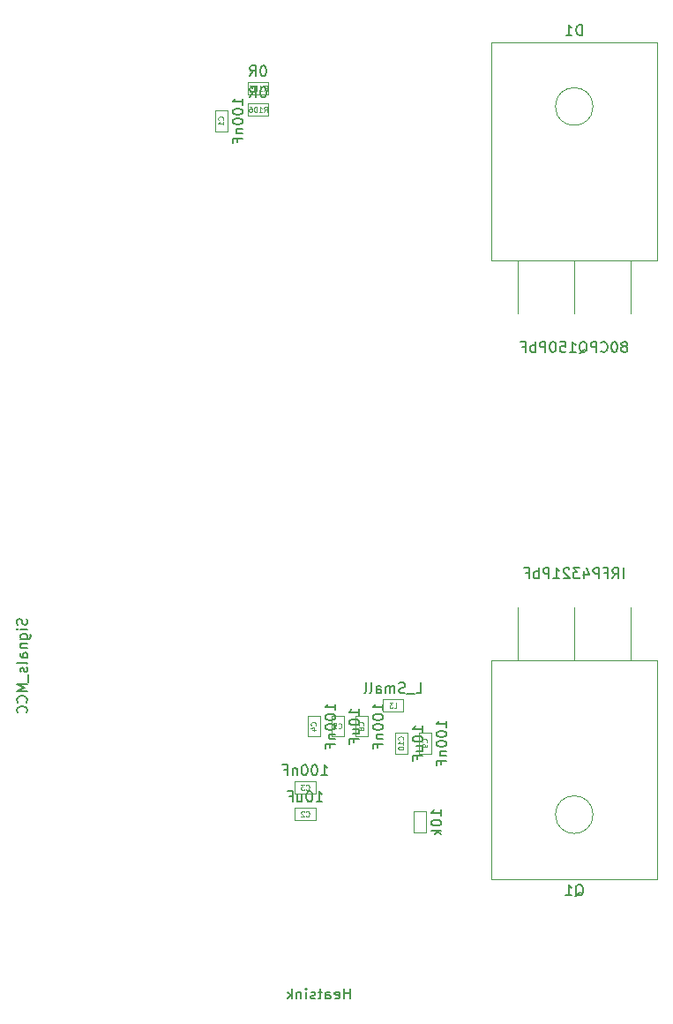
<source format=gbr>
G04 #@! TF.GenerationSoftware,KiCad,Pcbnew,(5.0.0-rc2-dev-586-g888c43477)*
G04 #@! TF.CreationDate,2018-06-03T13:58:00-03:00*
G04 #@! TF.ProjectId,Mcc18,4D636331382E6B696361645F70636200,rev?*
G04 #@! TF.SameCoordinates,Original*
G04 #@! TF.FileFunction,Other,Fab,Bot*
%FSLAX46Y46*%
G04 Gerber Fmt 4.6, Leading zero omitted, Abs format (unit mm)*
G04 Created by KiCad (PCBNEW (5.0.0-rc2-dev-586-g888c43477)) date 06/03/18 13:58:00*
%MOMM*%
%LPD*%
G01*
G04 APERTURE LIST*
%ADD10C,0.100000*%
%ADD11C,0.150000*%
%ADD12C,0.080000*%
G04 APERTURE END LIST*
D10*
X173371000Y-124508000D02*
G75*
G03X173371000Y-124508000I-1805000J0D01*
G01*
X179516000Y-109728000D02*
X179516000Y-130678000D01*
X179516000Y-130678000D02*
X163616000Y-130678000D01*
X163616000Y-130678000D02*
X163616000Y-109728000D01*
X163616000Y-109728000D02*
X179516000Y-109728000D01*
X177016000Y-109728000D02*
X177016000Y-104648000D01*
X171566000Y-109728000D02*
X171566000Y-104648000D01*
X166116000Y-109728000D02*
X166116000Y-104648000D01*
X177016000Y-71374000D02*
X177016000Y-76454000D01*
X171566000Y-71374000D02*
X171566000Y-76454000D01*
X166116000Y-71374000D02*
X166116000Y-76454000D01*
X179516000Y-71374000D02*
X163616000Y-71374000D01*
X179516000Y-50424000D02*
X179516000Y-71374000D01*
X163616000Y-50424000D02*
X179516000Y-50424000D01*
X163616000Y-71374000D02*
X163616000Y-50424000D01*
X173371000Y-56594000D02*
G75*
G03X173371000Y-56594000I-1805000J0D01*
G01*
X147158000Y-115029500D02*
X145958000Y-115029500D01*
X145958000Y-115029500D02*
X145958000Y-117029500D01*
X145958000Y-117029500D02*
X147158000Y-117029500D01*
X147158000Y-117029500D02*
X147158000Y-115029500D01*
X155178000Y-113446000D02*
X153178000Y-113446000D01*
X155178000Y-114646000D02*
X155178000Y-113446000D01*
X153178000Y-114646000D02*
X155178000Y-114646000D01*
X153178000Y-113446000D02*
X153178000Y-114646000D01*
X149444000Y-117029500D02*
X149444000Y-115029500D01*
X148244000Y-117029500D02*
X149444000Y-117029500D01*
X148244000Y-115029500D02*
X148244000Y-117029500D01*
X149444000Y-115029500D02*
X148244000Y-115029500D01*
X144747500Y-123860000D02*
X144747500Y-125060000D01*
X144747500Y-125060000D02*
X146747500Y-125060000D01*
X146747500Y-125060000D02*
X146747500Y-123860000D01*
X146747500Y-123860000D02*
X144747500Y-123860000D01*
X155540000Y-118650500D02*
X155540000Y-116650500D01*
X154340000Y-118650500D02*
X155540000Y-118650500D01*
X154340000Y-116650500D02*
X154340000Y-118650500D01*
X155540000Y-116650500D02*
X154340000Y-116650500D01*
X151730000Y-115029500D02*
X150530000Y-115029500D01*
X150530000Y-115029500D02*
X150530000Y-117029500D01*
X150530000Y-117029500D02*
X151730000Y-117029500D01*
X151730000Y-117029500D02*
X151730000Y-115029500D01*
X157826000Y-118650500D02*
X157826000Y-116650500D01*
X156626000Y-118650500D02*
X157826000Y-118650500D01*
X156626000Y-116650500D02*
X156626000Y-118650500D01*
X157826000Y-116650500D02*
X156626000Y-116650500D01*
X138268000Y-58960500D02*
X138268000Y-56960500D01*
X137068000Y-58960500D02*
X138268000Y-58960500D01*
X137068000Y-56960500D02*
X137068000Y-58960500D01*
X138268000Y-56960500D02*
X137068000Y-56960500D01*
X146747500Y-121320000D02*
X144747500Y-121320000D01*
X146747500Y-122520000D02*
X146747500Y-121320000D01*
X144747500Y-122520000D02*
X146747500Y-122520000D01*
X144747500Y-121320000D02*
X144747500Y-122520000D01*
X157318000Y-126222000D02*
X157318000Y-124222000D01*
X156118000Y-126222000D02*
X157318000Y-126222000D01*
X156118000Y-124222000D02*
X156118000Y-126222000D01*
X157318000Y-124222000D02*
X156118000Y-124222000D01*
X142224000Y-54264000D02*
X140224000Y-54264000D01*
X142224000Y-55464000D02*
X142224000Y-54264000D01*
X140224000Y-55464000D02*
X142224000Y-55464000D01*
X140224000Y-54264000D02*
X140224000Y-55464000D01*
X140224000Y-56296000D02*
X140224000Y-57496000D01*
X140224000Y-57496000D02*
X142224000Y-57496000D01*
X142224000Y-57496000D02*
X142224000Y-56296000D01*
X142224000Y-56296000D02*
X140224000Y-56296000D01*
D11*
X119014761Y-105736000D02*
X119062380Y-105878857D01*
X119062380Y-106116952D01*
X119014761Y-106212190D01*
X118967142Y-106259809D01*
X118871904Y-106307428D01*
X118776666Y-106307428D01*
X118681428Y-106259809D01*
X118633809Y-106212190D01*
X118586190Y-106116952D01*
X118538571Y-105926476D01*
X118490952Y-105831238D01*
X118443333Y-105783619D01*
X118348095Y-105736000D01*
X118252857Y-105736000D01*
X118157619Y-105783619D01*
X118110000Y-105831238D01*
X118062380Y-105926476D01*
X118062380Y-106164571D01*
X118110000Y-106307428D01*
X119062380Y-106736000D02*
X118395714Y-106736000D01*
X118062380Y-106736000D02*
X118110000Y-106688380D01*
X118157619Y-106736000D01*
X118110000Y-106783619D01*
X118062380Y-106736000D01*
X118157619Y-106736000D01*
X118395714Y-107640761D02*
X119205238Y-107640761D01*
X119300476Y-107593142D01*
X119348095Y-107545523D01*
X119395714Y-107450285D01*
X119395714Y-107307428D01*
X119348095Y-107212190D01*
X119014761Y-107640761D02*
X119062380Y-107545523D01*
X119062380Y-107355047D01*
X119014761Y-107259809D01*
X118967142Y-107212190D01*
X118871904Y-107164571D01*
X118586190Y-107164571D01*
X118490952Y-107212190D01*
X118443333Y-107259809D01*
X118395714Y-107355047D01*
X118395714Y-107545523D01*
X118443333Y-107640761D01*
X118395714Y-108116952D02*
X119062380Y-108116952D01*
X118490952Y-108116952D02*
X118443333Y-108164571D01*
X118395714Y-108259809D01*
X118395714Y-108402666D01*
X118443333Y-108497904D01*
X118538571Y-108545523D01*
X119062380Y-108545523D01*
X119062380Y-109450285D02*
X118538571Y-109450285D01*
X118443333Y-109402666D01*
X118395714Y-109307428D01*
X118395714Y-109116952D01*
X118443333Y-109021714D01*
X119014761Y-109450285D02*
X119062380Y-109355047D01*
X119062380Y-109116952D01*
X119014761Y-109021714D01*
X118919523Y-108974095D01*
X118824285Y-108974095D01*
X118729047Y-109021714D01*
X118681428Y-109116952D01*
X118681428Y-109355047D01*
X118633809Y-109450285D01*
X119062380Y-110069333D02*
X119014761Y-109974095D01*
X118919523Y-109926476D01*
X118062380Y-109926476D01*
X119014761Y-110402666D02*
X119062380Y-110497904D01*
X119062380Y-110688380D01*
X119014761Y-110783619D01*
X118919523Y-110831238D01*
X118871904Y-110831238D01*
X118776666Y-110783619D01*
X118729047Y-110688380D01*
X118729047Y-110545523D01*
X118681428Y-110450285D01*
X118586190Y-110402666D01*
X118538571Y-110402666D01*
X118443333Y-110450285D01*
X118395714Y-110545523D01*
X118395714Y-110688380D01*
X118443333Y-110783619D01*
X119157619Y-111021714D02*
X119157619Y-111783619D01*
X119062380Y-112021714D02*
X118062380Y-112021714D01*
X118776666Y-112355047D01*
X118062380Y-112688380D01*
X119062380Y-112688380D01*
X118967142Y-113736000D02*
X119014761Y-113688380D01*
X119062380Y-113545523D01*
X119062380Y-113450285D01*
X119014761Y-113307428D01*
X118919523Y-113212190D01*
X118824285Y-113164571D01*
X118633809Y-113116952D01*
X118490952Y-113116952D01*
X118300476Y-113164571D01*
X118205238Y-113212190D01*
X118110000Y-113307428D01*
X118062380Y-113450285D01*
X118062380Y-113545523D01*
X118110000Y-113688380D01*
X118157619Y-113736000D01*
X118967142Y-114736000D02*
X119014761Y-114688380D01*
X119062380Y-114545523D01*
X119062380Y-114450285D01*
X119014761Y-114307428D01*
X118919523Y-114212190D01*
X118824285Y-114164571D01*
X118633809Y-114116952D01*
X118490952Y-114116952D01*
X118300476Y-114164571D01*
X118205238Y-114212190D01*
X118110000Y-114307428D01*
X118062380Y-114450285D01*
X118062380Y-114545523D01*
X118110000Y-114688380D01*
X118157619Y-114736000D01*
X150018380Y-142176380D02*
X150018380Y-141176380D01*
X150018380Y-141652571D02*
X149446952Y-141652571D01*
X149446952Y-142176380D02*
X149446952Y-141176380D01*
X148589809Y-142128761D02*
X148685047Y-142176380D01*
X148875523Y-142176380D01*
X148970761Y-142128761D01*
X149018380Y-142033523D01*
X149018380Y-141652571D01*
X148970761Y-141557333D01*
X148875523Y-141509714D01*
X148685047Y-141509714D01*
X148589809Y-141557333D01*
X148542190Y-141652571D01*
X148542190Y-141747809D01*
X149018380Y-141843047D01*
X147685047Y-142176380D02*
X147685047Y-141652571D01*
X147732666Y-141557333D01*
X147827904Y-141509714D01*
X148018380Y-141509714D01*
X148113619Y-141557333D01*
X147685047Y-142128761D02*
X147780285Y-142176380D01*
X148018380Y-142176380D01*
X148113619Y-142128761D01*
X148161238Y-142033523D01*
X148161238Y-141938285D01*
X148113619Y-141843047D01*
X148018380Y-141795428D01*
X147780285Y-141795428D01*
X147685047Y-141747809D01*
X147351714Y-141509714D02*
X146970761Y-141509714D01*
X147208857Y-141176380D02*
X147208857Y-142033523D01*
X147161238Y-142128761D01*
X147066000Y-142176380D01*
X146970761Y-142176380D01*
X146685047Y-142128761D02*
X146589809Y-142176380D01*
X146399333Y-142176380D01*
X146304095Y-142128761D01*
X146256476Y-142033523D01*
X146256476Y-141985904D01*
X146304095Y-141890666D01*
X146399333Y-141843047D01*
X146542190Y-141843047D01*
X146637428Y-141795428D01*
X146685047Y-141700190D01*
X146685047Y-141652571D01*
X146637428Y-141557333D01*
X146542190Y-141509714D01*
X146399333Y-141509714D01*
X146304095Y-141557333D01*
X145827904Y-142176380D02*
X145827904Y-141509714D01*
X145827904Y-141176380D02*
X145875523Y-141224000D01*
X145827904Y-141271619D01*
X145780285Y-141224000D01*
X145827904Y-141176380D01*
X145827904Y-141271619D01*
X145351714Y-141509714D02*
X145351714Y-142176380D01*
X145351714Y-141604952D02*
X145304095Y-141557333D01*
X145208857Y-141509714D01*
X145066000Y-141509714D01*
X144970761Y-141557333D01*
X144923142Y-141652571D01*
X144923142Y-142176380D01*
X144446952Y-142176380D02*
X144446952Y-141176380D01*
X144351714Y-141795428D02*
X144066000Y-142176380D01*
X144066000Y-141509714D02*
X144446952Y-141890666D01*
X176280285Y-101850380D02*
X176280285Y-100850380D01*
X175232666Y-101850380D02*
X175566000Y-101374190D01*
X175804095Y-101850380D02*
X175804095Y-100850380D01*
X175423142Y-100850380D01*
X175327904Y-100898000D01*
X175280285Y-100945619D01*
X175232666Y-101040857D01*
X175232666Y-101183714D01*
X175280285Y-101278952D01*
X175327904Y-101326571D01*
X175423142Y-101374190D01*
X175804095Y-101374190D01*
X174470761Y-101326571D02*
X174804095Y-101326571D01*
X174804095Y-101850380D02*
X174804095Y-100850380D01*
X174327904Y-100850380D01*
X173946952Y-101850380D02*
X173946952Y-100850380D01*
X173566000Y-100850380D01*
X173470761Y-100898000D01*
X173423142Y-100945619D01*
X173375523Y-101040857D01*
X173375523Y-101183714D01*
X173423142Y-101278952D01*
X173470761Y-101326571D01*
X173566000Y-101374190D01*
X173946952Y-101374190D01*
X172518380Y-101183714D02*
X172518380Y-101850380D01*
X172756476Y-100802761D02*
X172994571Y-101517047D01*
X172375523Y-101517047D01*
X172089809Y-100850380D02*
X171470761Y-100850380D01*
X171804095Y-101231333D01*
X171661238Y-101231333D01*
X171566000Y-101278952D01*
X171518380Y-101326571D01*
X171470761Y-101421809D01*
X171470761Y-101659904D01*
X171518380Y-101755142D01*
X171566000Y-101802761D01*
X171661238Y-101850380D01*
X171946952Y-101850380D01*
X172042190Y-101802761D01*
X172089809Y-101755142D01*
X171089809Y-100945619D02*
X171042190Y-100898000D01*
X170946952Y-100850380D01*
X170708857Y-100850380D01*
X170613619Y-100898000D01*
X170566000Y-100945619D01*
X170518380Y-101040857D01*
X170518380Y-101136095D01*
X170566000Y-101278952D01*
X171137428Y-101850380D01*
X170518380Y-101850380D01*
X169566000Y-101850380D02*
X170137428Y-101850380D01*
X169851714Y-101850380D02*
X169851714Y-100850380D01*
X169946952Y-100993238D01*
X170042190Y-101088476D01*
X170137428Y-101136095D01*
X169137428Y-101850380D02*
X169137428Y-100850380D01*
X168756476Y-100850380D01*
X168661238Y-100898000D01*
X168613619Y-100945619D01*
X168566000Y-101040857D01*
X168566000Y-101183714D01*
X168613619Y-101278952D01*
X168661238Y-101326571D01*
X168756476Y-101374190D01*
X169137428Y-101374190D01*
X168137428Y-101850380D02*
X168137428Y-100850380D01*
X168137428Y-101231333D02*
X168042190Y-101183714D01*
X167851714Y-101183714D01*
X167756476Y-101231333D01*
X167708857Y-101278952D01*
X167661238Y-101374190D01*
X167661238Y-101659904D01*
X167708857Y-101755142D01*
X167756476Y-101802761D01*
X167851714Y-101850380D01*
X168042190Y-101850380D01*
X168137428Y-101802761D01*
X166899333Y-101326571D02*
X167232666Y-101326571D01*
X167232666Y-101850380D02*
X167232666Y-100850380D01*
X166756476Y-100850380D01*
X171661238Y-132345619D02*
X171756476Y-132298000D01*
X171851714Y-132202761D01*
X171994571Y-132059904D01*
X172089809Y-132012285D01*
X172185047Y-132012285D01*
X172137428Y-132250380D02*
X172232666Y-132202761D01*
X172327904Y-132107523D01*
X172375523Y-131917047D01*
X172375523Y-131583714D01*
X172327904Y-131393238D01*
X172232666Y-131298000D01*
X172137428Y-131250380D01*
X171946952Y-131250380D01*
X171851714Y-131298000D01*
X171756476Y-131393238D01*
X171708857Y-131583714D01*
X171708857Y-131917047D01*
X171756476Y-132107523D01*
X171851714Y-132202761D01*
X171946952Y-132250380D01*
X172137428Y-132250380D01*
X170756476Y-132250380D02*
X171327904Y-132250380D01*
X171042190Y-132250380D02*
X171042190Y-131250380D01*
X171137428Y-131393238D01*
X171232666Y-131488476D01*
X171327904Y-131536095D01*
X176470761Y-79584952D02*
X176566000Y-79537333D01*
X176613619Y-79489714D01*
X176661238Y-79394476D01*
X176661238Y-79346857D01*
X176613619Y-79251619D01*
X176566000Y-79204000D01*
X176470761Y-79156380D01*
X176280285Y-79156380D01*
X176185047Y-79204000D01*
X176137428Y-79251619D01*
X176089809Y-79346857D01*
X176089809Y-79394476D01*
X176137428Y-79489714D01*
X176185047Y-79537333D01*
X176280285Y-79584952D01*
X176470761Y-79584952D01*
X176566000Y-79632571D01*
X176613619Y-79680190D01*
X176661238Y-79775428D01*
X176661238Y-79965904D01*
X176613619Y-80061142D01*
X176566000Y-80108761D01*
X176470761Y-80156380D01*
X176280285Y-80156380D01*
X176185047Y-80108761D01*
X176137428Y-80061142D01*
X176089809Y-79965904D01*
X176089809Y-79775428D01*
X176137428Y-79680190D01*
X176185047Y-79632571D01*
X176280285Y-79584952D01*
X175470761Y-79156380D02*
X175375523Y-79156380D01*
X175280285Y-79204000D01*
X175232666Y-79251619D01*
X175185047Y-79346857D01*
X175137428Y-79537333D01*
X175137428Y-79775428D01*
X175185047Y-79965904D01*
X175232666Y-80061142D01*
X175280285Y-80108761D01*
X175375523Y-80156380D01*
X175470761Y-80156380D01*
X175566000Y-80108761D01*
X175613619Y-80061142D01*
X175661238Y-79965904D01*
X175708857Y-79775428D01*
X175708857Y-79537333D01*
X175661238Y-79346857D01*
X175613619Y-79251619D01*
X175566000Y-79204000D01*
X175470761Y-79156380D01*
X174137428Y-80061142D02*
X174185047Y-80108761D01*
X174327904Y-80156380D01*
X174423142Y-80156380D01*
X174566000Y-80108761D01*
X174661238Y-80013523D01*
X174708857Y-79918285D01*
X174756476Y-79727809D01*
X174756476Y-79584952D01*
X174708857Y-79394476D01*
X174661238Y-79299238D01*
X174566000Y-79204000D01*
X174423142Y-79156380D01*
X174327904Y-79156380D01*
X174185047Y-79204000D01*
X174137428Y-79251619D01*
X173708857Y-80156380D02*
X173708857Y-79156380D01*
X173327904Y-79156380D01*
X173232666Y-79204000D01*
X173185047Y-79251619D01*
X173137428Y-79346857D01*
X173137428Y-79489714D01*
X173185047Y-79584952D01*
X173232666Y-79632571D01*
X173327904Y-79680190D01*
X173708857Y-79680190D01*
X172042190Y-80251619D02*
X172137428Y-80204000D01*
X172232666Y-80108761D01*
X172375523Y-79965904D01*
X172470761Y-79918285D01*
X172566000Y-79918285D01*
X172518380Y-80156380D02*
X172613619Y-80108761D01*
X172708857Y-80013523D01*
X172756476Y-79823047D01*
X172756476Y-79489714D01*
X172708857Y-79299238D01*
X172613619Y-79204000D01*
X172518380Y-79156380D01*
X172327904Y-79156380D01*
X172232666Y-79204000D01*
X172137428Y-79299238D01*
X172089809Y-79489714D01*
X172089809Y-79823047D01*
X172137428Y-80013523D01*
X172232666Y-80108761D01*
X172327904Y-80156380D01*
X172518380Y-80156380D01*
X171137428Y-80156380D02*
X171708857Y-80156380D01*
X171423142Y-80156380D02*
X171423142Y-79156380D01*
X171518380Y-79299238D01*
X171613619Y-79394476D01*
X171708857Y-79442095D01*
X170232666Y-79156380D02*
X170708857Y-79156380D01*
X170756476Y-79632571D01*
X170708857Y-79584952D01*
X170613619Y-79537333D01*
X170375523Y-79537333D01*
X170280285Y-79584952D01*
X170232666Y-79632571D01*
X170185047Y-79727809D01*
X170185047Y-79965904D01*
X170232666Y-80061142D01*
X170280285Y-80108761D01*
X170375523Y-80156380D01*
X170613619Y-80156380D01*
X170708857Y-80108761D01*
X170756476Y-80061142D01*
X169566000Y-79156380D02*
X169470761Y-79156380D01*
X169375523Y-79204000D01*
X169327904Y-79251619D01*
X169280285Y-79346857D01*
X169232666Y-79537333D01*
X169232666Y-79775428D01*
X169280285Y-79965904D01*
X169327904Y-80061142D01*
X169375523Y-80108761D01*
X169470761Y-80156380D01*
X169566000Y-80156380D01*
X169661238Y-80108761D01*
X169708857Y-80061142D01*
X169756476Y-79965904D01*
X169804095Y-79775428D01*
X169804095Y-79537333D01*
X169756476Y-79346857D01*
X169708857Y-79251619D01*
X169661238Y-79204000D01*
X169566000Y-79156380D01*
X168804095Y-80156380D02*
X168804095Y-79156380D01*
X168423142Y-79156380D01*
X168327904Y-79204000D01*
X168280285Y-79251619D01*
X168232666Y-79346857D01*
X168232666Y-79489714D01*
X168280285Y-79584952D01*
X168327904Y-79632571D01*
X168423142Y-79680190D01*
X168804095Y-79680190D01*
X167804095Y-80156380D02*
X167804095Y-79156380D01*
X167804095Y-79537333D02*
X167708857Y-79489714D01*
X167518380Y-79489714D01*
X167423142Y-79537333D01*
X167375523Y-79584952D01*
X167327904Y-79680190D01*
X167327904Y-79965904D01*
X167375523Y-80061142D01*
X167423142Y-80108761D01*
X167518380Y-80156380D01*
X167708857Y-80156380D01*
X167804095Y-80108761D01*
X166566000Y-79632571D02*
X166899333Y-79632571D01*
X166899333Y-80156380D02*
X166899333Y-79156380D01*
X166423142Y-79156380D01*
X172304095Y-49756380D02*
X172304095Y-48756380D01*
X172066000Y-48756380D01*
X171923142Y-48804000D01*
X171827904Y-48899238D01*
X171780285Y-48994476D01*
X171732666Y-49184952D01*
X171732666Y-49327809D01*
X171780285Y-49518285D01*
X171827904Y-49613523D01*
X171923142Y-49708761D01*
X172066000Y-49756380D01*
X172304095Y-49756380D01*
X170780285Y-49756380D02*
X171351714Y-49756380D01*
X171066000Y-49756380D02*
X171066000Y-48756380D01*
X171161238Y-48899238D01*
X171256476Y-48994476D01*
X171351714Y-49042095D01*
X148660380Y-114481880D02*
X148660380Y-113910452D01*
X148660380Y-114196166D02*
X147660380Y-114196166D01*
X147803238Y-114100928D01*
X147898476Y-114005690D01*
X147946095Y-113910452D01*
X147660380Y-115100928D02*
X147660380Y-115196166D01*
X147708000Y-115291404D01*
X147755619Y-115339023D01*
X147850857Y-115386642D01*
X148041333Y-115434261D01*
X148279428Y-115434261D01*
X148469904Y-115386642D01*
X148565142Y-115339023D01*
X148612761Y-115291404D01*
X148660380Y-115196166D01*
X148660380Y-115100928D01*
X148612761Y-115005690D01*
X148565142Y-114958071D01*
X148469904Y-114910452D01*
X148279428Y-114862833D01*
X148041333Y-114862833D01*
X147850857Y-114910452D01*
X147755619Y-114958071D01*
X147708000Y-115005690D01*
X147660380Y-115100928D01*
X147660380Y-116053309D02*
X147660380Y-116148547D01*
X147708000Y-116243785D01*
X147755619Y-116291404D01*
X147850857Y-116339023D01*
X148041333Y-116386642D01*
X148279428Y-116386642D01*
X148469904Y-116339023D01*
X148565142Y-116291404D01*
X148612761Y-116243785D01*
X148660380Y-116148547D01*
X148660380Y-116053309D01*
X148612761Y-115958071D01*
X148565142Y-115910452D01*
X148469904Y-115862833D01*
X148279428Y-115815214D01*
X148041333Y-115815214D01*
X147850857Y-115862833D01*
X147755619Y-115910452D01*
X147708000Y-115958071D01*
X147660380Y-116053309D01*
X147993714Y-116815214D02*
X148660380Y-116815214D01*
X148088952Y-116815214D02*
X148041333Y-116862833D01*
X147993714Y-116958071D01*
X147993714Y-117100928D01*
X148041333Y-117196166D01*
X148136571Y-117243785D01*
X148660380Y-117243785D01*
X148136571Y-118053309D02*
X148136571Y-117719976D01*
X148660380Y-117719976D02*
X147660380Y-117719976D01*
X147660380Y-118196166D01*
D12*
X146736571Y-115946166D02*
X146760380Y-115922357D01*
X146784190Y-115850928D01*
X146784190Y-115803309D01*
X146760380Y-115731880D01*
X146712761Y-115684261D01*
X146665142Y-115660452D01*
X146569904Y-115636642D01*
X146498476Y-115636642D01*
X146403238Y-115660452D01*
X146355619Y-115684261D01*
X146308000Y-115731880D01*
X146284190Y-115803309D01*
X146284190Y-115850928D01*
X146308000Y-115922357D01*
X146331809Y-115946166D01*
X146450857Y-116374738D02*
X146784190Y-116374738D01*
X146260380Y-116255690D02*
X146617523Y-116136642D01*
X146617523Y-116446166D01*
D11*
X156368476Y-112848380D02*
X156844666Y-112848380D01*
X156844666Y-111848380D01*
X156273238Y-112943619D02*
X155511333Y-112943619D01*
X155320857Y-112800761D02*
X155178000Y-112848380D01*
X154939904Y-112848380D01*
X154844666Y-112800761D01*
X154797047Y-112753142D01*
X154749428Y-112657904D01*
X154749428Y-112562666D01*
X154797047Y-112467428D01*
X154844666Y-112419809D01*
X154939904Y-112372190D01*
X155130380Y-112324571D01*
X155225619Y-112276952D01*
X155273238Y-112229333D01*
X155320857Y-112134095D01*
X155320857Y-112038857D01*
X155273238Y-111943619D01*
X155225619Y-111896000D01*
X155130380Y-111848380D01*
X154892285Y-111848380D01*
X154749428Y-111896000D01*
X154320857Y-112848380D02*
X154320857Y-112181714D01*
X154320857Y-112276952D02*
X154273238Y-112229333D01*
X154178000Y-112181714D01*
X154035142Y-112181714D01*
X153939904Y-112229333D01*
X153892285Y-112324571D01*
X153892285Y-112848380D01*
X153892285Y-112324571D02*
X153844666Y-112229333D01*
X153749428Y-112181714D01*
X153606571Y-112181714D01*
X153511333Y-112229333D01*
X153463714Y-112324571D01*
X153463714Y-112848380D01*
X152558952Y-112848380D02*
X152558952Y-112324571D01*
X152606571Y-112229333D01*
X152701809Y-112181714D01*
X152892285Y-112181714D01*
X152987523Y-112229333D01*
X152558952Y-112800761D02*
X152654190Y-112848380D01*
X152892285Y-112848380D01*
X152987523Y-112800761D01*
X153035142Y-112705523D01*
X153035142Y-112610285D01*
X152987523Y-112515047D01*
X152892285Y-112467428D01*
X152654190Y-112467428D01*
X152558952Y-112419809D01*
X151939904Y-112848380D02*
X152035142Y-112800761D01*
X152082761Y-112705523D01*
X152082761Y-111848380D01*
X151416095Y-112848380D02*
X151511333Y-112800761D01*
X151558952Y-112705523D01*
X151558952Y-111848380D01*
D12*
X154261333Y-114272190D02*
X154499428Y-114272190D01*
X154499428Y-113772190D01*
X154142285Y-113772190D02*
X153832761Y-113772190D01*
X153999428Y-113962666D01*
X153928000Y-113962666D01*
X153880380Y-113986476D01*
X153856571Y-114010285D01*
X153832761Y-114057904D01*
X153832761Y-114176952D01*
X153856571Y-114224571D01*
X153880380Y-114248380D01*
X153928000Y-114272190D01*
X154070857Y-114272190D01*
X154118476Y-114248380D01*
X154142285Y-114224571D01*
D11*
X150946380Y-114958071D02*
X150946380Y-114386642D01*
X150946380Y-114672357D02*
X149946380Y-114672357D01*
X150089238Y-114577119D01*
X150184476Y-114481880D01*
X150232095Y-114386642D01*
X149946380Y-115577119D02*
X149946380Y-115672357D01*
X149994000Y-115767595D01*
X150041619Y-115815214D01*
X150136857Y-115862833D01*
X150327333Y-115910452D01*
X150565428Y-115910452D01*
X150755904Y-115862833D01*
X150851142Y-115815214D01*
X150898761Y-115767595D01*
X150946380Y-115672357D01*
X150946380Y-115577119D01*
X150898761Y-115481880D01*
X150851142Y-115434261D01*
X150755904Y-115386642D01*
X150565428Y-115339023D01*
X150327333Y-115339023D01*
X150136857Y-115386642D01*
X150041619Y-115434261D01*
X149994000Y-115481880D01*
X149946380Y-115577119D01*
X150279714Y-116767595D02*
X150946380Y-116767595D01*
X150279714Y-116339023D02*
X150803523Y-116339023D01*
X150898761Y-116386642D01*
X150946380Y-116481880D01*
X150946380Y-116624738D01*
X150898761Y-116719976D01*
X150851142Y-116767595D01*
X150422571Y-117577119D02*
X150422571Y-117243785D01*
X150946380Y-117243785D02*
X149946380Y-117243785D01*
X149946380Y-117719976D01*
D12*
X148927333Y-116208071D02*
X148951142Y-116231880D01*
X149022571Y-116255690D01*
X149070190Y-116255690D01*
X149141619Y-116231880D01*
X149189238Y-116184261D01*
X149213047Y-116136642D01*
X149236857Y-116041404D01*
X149236857Y-115969976D01*
X149213047Y-115874738D01*
X149189238Y-115827119D01*
X149141619Y-115779500D01*
X149070190Y-115755690D01*
X149022571Y-115755690D01*
X148951142Y-115779500D01*
X148927333Y-115803309D01*
X148474952Y-115755690D02*
X148713047Y-115755690D01*
X148736857Y-115993785D01*
X148713047Y-115969976D01*
X148665428Y-115946166D01*
X148546380Y-115946166D01*
X148498761Y-115969976D01*
X148474952Y-115993785D01*
X148451142Y-116041404D01*
X148451142Y-116160452D01*
X148474952Y-116208071D01*
X148498761Y-116231880D01*
X148546380Y-116255690D01*
X148665428Y-116255690D01*
X148713047Y-116231880D01*
X148736857Y-116208071D01*
D11*
X146818928Y-123262380D02*
X147390357Y-123262380D01*
X147104642Y-123262380D02*
X147104642Y-122262380D01*
X147199880Y-122405238D01*
X147295119Y-122500476D01*
X147390357Y-122548095D01*
X146199880Y-122262380D02*
X146104642Y-122262380D01*
X146009404Y-122310000D01*
X145961785Y-122357619D01*
X145914166Y-122452857D01*
X145866547Y-122643333D01*
X145866547Y-122881428D01*
X145914166Y-123071904D01*
X145961785Y-123167142D01*
X146009404Y-123214761D01*
X146104642Y-123262380D01*
X146199880Y-123262380D01*
X146295119Y-123214761D01*
X146342738Y-123167142D01*
X146390357Y-123071904D01*
X146437976Y-122881428D01*
X146437976Y-122643333D01*
X146390357Y-122452857D01*
X146342738Y-122357619D01*
X146295119Y-122310000D01*
X146199880Y-122262380D01*
X145009404Y-122595714D02*
X145009404Y-123262380D01*
X145437976Y-122595714D02*
X145437976Y-123119523D01*
X145390357Y-123214761D01*
X145295119Y-123262380D01*
X145152261Y-123262380D01*
X145057023Y-123214761D01*
X145009404Y-123167142D01*
X144199880Y-122738571D02*
X144533214Y-122738571D01*
X144533214Y-123262380D02*
X144533214Y-122262380D01*
X144057023Y-122262380D01*
D12*
X145830833Y-124638571D02*
X145854642Y-124662380D01*
X145926071Y-124686190D01*
X145973690Y-124686190D01*
X146045119Y-124662380D01*
X146092738Y-124614761D01*
X146116547Y-124567142D01*
X146140357Y-124471904D01*
X146140357Y-124400476D01*
X146116547Y-124305238D01*
X146092738Y-124257619D01*
X146045119Y-124210000D01*
X145973690Y-124186190D01*
X145926071Y-124186190D01*
X145854642Y-124210000D01*
X145830833Y-124233809D01*
X145640357Y-124233809D02*
X145616547Y-124210000D01*
X145568928Y-124186190D01*
X145449880Y-124186190D01*
X145402261Y-124210000D01*
X145378452Y-124233809D01*
X145354642Y-124281428D01*
X145354642Y-124329047D01*
X145378452Y-124400476D01*
X145664166Y-124686190D01*
X145354642Y-124686190D01*
D11*
X157042380Y-116579071D02*
X157042380Y-116007642D01*
X157042380Y-116293357D02*
X156042380Y-116293357D01*
X156185238Y-116198119D01*
X156280476Y-116102880D01*
X156328095Y-116007642D01*
X156042380Y-117198119D02*
X156042380Y-117293357D01*
X156090000Y-117388595D01*
X156137619Y-117436214D01*
X156232857Y-117483833D01*
X156423333Y-117531452D01*
X156661428Y-117531452D01*
X156851904Y-117483833D01*
X156947142Y-117436214D01*
X156994761Y-117388595D01*
X157042380Y-117293357D01*
X157042380Y-117198119D01*
X156994761Y-117102880D01*
X156947142Y-117055261D01*
X156851904Y-117007642D01*
X156661428Y-116960023D01*
X156423333Y-116960023D01*
X156232857Y-117007642D01*
X156137619Y-117055261D01*
X156090000Y-117102880D01*
X156042380Y-117198119D01*
X156375714Y-118388595D02*
X157042380Y-118388595D01*
X156375714Y-117960023D02*
X156899523Y-117960023D01*
X156994761Y-118007642D01*
X157042380Y-118102880D01*
X157042380Y-118245738D01*
X156994761Y-118340976D01*
X156947142Y-118388595D01*
X156518571Y-119198119D02*
X156518571Y-118864785D01*
X157042380Y-118864785D02*
X156042380Y-118864785D01*
X156042380Y-119340976D01*
D12*
X155118571Y-117329071D02*
X155142380Y-117305261D01*
X155166190Y-117233833D01*
X155166190Y-117186214D01*
X155142380Y-117114785D01*
X155094761Y-117067166D01*
X155047142Y-117043357D01*
X154951904Y-117019547D01*
X154880476Y-117019547D01*
X154785238Y-117043357D01*
X154737619Y-117067166D01*
X154690000Y-117114785D01*
X154666190Y-117186214D01*
X154666190Y-117233833D01*
X154690000Y-117305261D01*
X154713809Y-117329071D01*
X155166190Y-117805261D02*
X155166190Y-117519547D01*
X155166190Y-117662404D02*
X154666190Y-117662404D01*
X154737619Y-117614785D01*
X154785238Y-117567166D01*
X154809047Y-117519547D01*
X154666190Y-118114785D02*
X154666190Y-118162404D01*
X154690000Y-118210023D01*
X154713809Y-118233833D01*
X154761428Y-118257642D01*
X154856666Y-118281452D01*
X154975714Y-118281452D01*
X155070952Y-118257642D01*
X155118571Y-118233833D01*
X155142380Y-118210023D01*
X155166190Y-118162404D01*
X155166190Y-118114785D01*
X155142380Y-118067166D01*
X155118571Y-118043357D01*
X155070952Y-118019547D01*
X154975714Y-117995738D01*
X154856666Y-117995738D01*
X154761428Y-118019547D01*
X154713809Y-118043357D01*
X154690000Y-118067166D01*
X154666190Y-118114785D01*
D11*
X153232380Y-114481880D02*
X153232380Y-113910452D01*
X153232380Y-114196166D02*
X152232380Y-114196166D01*
X152375238Y-114100928D01*
X152470476Y-114005690D01*
X152518095Y-113910452D01*
X152232380Y-115100928D02*
X152232380Y-115196166D01*
X152280000Y-115291404D01*
X152327619Y-115339023D01*
X152422857Y-115386642D01*
X152613333Y-115434261D01*
X152851428Y-115434261D01*
X153041904Y-115386642D01*
X153137142Y-115339023D01*
X153184761Y-115291404D01*
X153232380Y-115196166D01*
X153232380Y-115100928D01*
X153184761Y-115005690D01*
X153137142Y-114958071D01*
X153041904Y-114910452D01*
X152851428Y-114862833D01*
X152613333Y-114862833D01*
X152422857Y-114910452D01*
X152327619Y-114958071D01*
X152280000Y-115005690D01*
X152232380Y-115100928D01*
X152232380Y-116053309D02*
X152232380Y-116148547D01*
X152280000Y-116243785D01*
X152327619Y-116291404D01*
X152422857Y-116339023D01*
X152613333Y-116386642D01*
X152851428Y-116386642D01*
X153041904Y-116339023D01*
X153137142Y-116291404D01*
X153184761Y-116243785D01*
X153232380Y-116148547D01*
X153232380Y-116053309D01*
X153184761Y-115958071D01*
X153137142Y-115910452D01*
X153041904Y-115862833D01*
X152851428Y-115815214D01*
X152613333Y-115815214D01*
X152422857Y-115862833D01*
X152327619Y-115910452D01*
X152280000Y-115958071D01*
X152232380Y-116053309D01*
X152565714Y-116815214D02*
X153232380Y-116815214D01*
X152660952Y-116815214D02*
X152613333Y-116862833D01*
X152565714Y-116958071D01*
X152565714Y-117100928D01*
X152613333Y-117196166D01*
X152708571Y-117243785D01*
X153232380Y-117243785D01*
X152708571Y-118053309D02*
X152708571Y-117719976D01*
X153232380Y-117719976D02*
X152232380Y-117719976D01*
X152232380Y-118196166D01*
D12*
X151308571Y-115946166D02*
X151332380Y-115922357D01*
X151356190Y-115850928D01*
X151356190Y-115803309D01*
X151332380Y-115731880D01*
X151284761Y-115684261D01*
X151237142Y-115660452D01*
X151141904Y-115636642D01*
X151070476Y-115636642D01*
X150975238Y-115660452D01*
X150927619Y-115684261D01*
X150880000Y-115731880D01*
X150856190Y-115803309D01*
X150856190Y-115850928D01*
X150880000Y-115922357D01*
X150903809Y-115946166D01*
X151070476Y-116231880D02*
X151046666Y-116184261D01*
X151022857Y-116160452D01*
X150975238Y-116136642D01*
X150951428Y-116136642D01*
X150903809Y-116160452D01*
X150880000Y-116184261D01*
X150856190Y-116231880D01*
X150856190Y-116327119D01*
X150880000Y-116374738D01*
X150903809Y-116398547D01*
X150951428Y-116422357D01*
X150975238Y-116422357D01*
X151022857Y-116398547D01*
X151046666Y-116374738D01*
X151070476Y-116327119D01*
X151070476Y-116231880D01*
X151094285Y-116184261D01*
X151118095Y-116160452D01*
X151165714Y-116136642D01*
X151260952Y-116136642D01*
X151308571Y-116160452D01*
X151332380Y-116184261D01*
X151356190Y-116231880D01*
X151356190Y-116327119D01*
X151332380Y-116374738D01*
X151308571Y-116398547D01*
X151260952Y-116422357D01*
X151165714Y-116422357D01*
X151118095Y-116398547D01*
X151094285Y-116374738D01*
X151070476Y-116327119D01*
D11*
X159328380Y-116102880D02*
X159328380Y-115531452D01*
X159328380Y-115817166D02*
X158328380Y-115817166D01*
X158471238Y-115721928D01*
X158566476Y-115626690D01*
X158614095Y-115531452D01*
X158328380Y-116721928D02*
X158328380Y-116817166D01*
X158376000Y-116912404D01*
X158423619Y-116960023D01*
X158518857Y-117007642D01*
X158709333Y-117055261D01*
X158947428Y-117055261D01*
X159137904Y-117007642D01*
X159233142Y-116960023D01*
X159280761Y-116912404D01*
X159328380Y-116817166D01*
X159328380Y-116721928D01*
X159280761Y-116626690D01*
X159233142Y-116579071D01*
X159137904Y-116531452D01*
X158947428Y-116483833D01*
X158709333Y-116483833D01*
X158518857Y-116531452D01*
X158423619Y-116579071D01*
X158376000Y-116626690D01*
X158328380Y-116721928D01*
X158328380Y-117674309D02*
X158328380Y-117769547D01*
X158376000Y-117864785D01*
X158423619Y-117912404D01*
X158518857Y-117960023D01*
X158709333Y-118007642D01*
X158947428Y-118007642D01*
X159137904Y-117960023D01*
X159233142Y-117912404D01*
X159280761Y-117864785D01*
X159328380Y-117769547D01*
X159328380Y-117674309D01*
X159280761Y-117579071D01*
X159233142Y-117531452D01*
X159137904Y-117483833D01*
X158947428Y-117436214D01*
X158709333Y-117436214D01*
X158518857Y-117483833D01*
X158423619Y-117531452D01*
X158376000Y-117579071D01*
X158328380Y-117674309D01*
X158661714Y-118436214D02*
X159328380Y-118436214D01*
X158756952Y-118436214D02*
X158709333Y-118483833D01*
X158661714Y-118579071D01*
X158661714Y-118721928D01*
X158709333Y-118817166D01*
X158804571Y-118864785D01*
X159328380Y-118864785D01*
X158804571Y-119674309D02*
X158804571Y-119340976D01*
X159328380Y-119340976D02*
X158328380Y-119340976D01*
X158328380Y-119817166D01*
D12*
X157404571Y-117567166D02*
X157428380Y-117543357D01*
X157452190Y-117471928D01*
X157452190Y-117424309D01*
X157428380Y-117352880D01*
X157380761Y-117305261D01*
X157333142Y-117281452D01*
X157237904Y-117257642D01*
X157166476Y-117257642D01*
X157071238Y-117281452D01*
X157023619Y-117305261D01*
X156976000Y-117352880D01*
X156952190Y-117424309D01*
X156952190Y-117471928D01*
X156976000Y-117543357D01*
X156999809Y-117567166D01*
X157452190Y-117805261D02*
X157452190Y-117900500D01*
X157428380Y-117948119D01*
X157404571Y-117971928D01*
X157333142Y-118019547D01*
X157237904Y-118043357D01*
X157047428Y-118043357D01*
X156999809Y-118019547D01*
X156976000Y-117995738D01*
X156952190Y-117948119D01*
X156952190Y-117852880D01*
X156976000Y-117805261D01*
X156999809Y-117781452D01*
X157047428Y-117757642D01*
X157166476Y-117757642D01*
X157214095Y-117781452D01*
X157237904Y-117805261D01*
X157261714Y-117852880D01*
X157261714Y-117948119D01*
X157237904Y-117995738D01*
X157214095Y-118019547D01*
X157166476Y-118043357D01*
D11*
X139770380Y-56412880D02*
X139770380Y-55841452D01*
X139770380Y-56127166D02*
X138770380Y-56127166D01*
X138913238Y-56031928D01*
X139008476Y-55936690D01*
X139056095Y-55841452D01*
X138770380Y-57031928D02*
X138770380Y-57127166D01*
X138818000Y-57222404D01*
X138865619Y-57270023D01*
X138960857Y-57317642D01*
X139151333Y-57365261D01*
X139389428Y-57365261D01*
X139579904Y-57317642D01*
X139675142Y-57270023D01*
X139722761Y-57222404D01*
X139770380Y-57127166D01*
X139770380Y-57031928D01*
X139722761Y-56936690D01*
X139675142Y-56889071D01*
X139579904Y-56841452D01*
X139389428Y-56793833D01*
X139151333Y-56793833D01*
X138960857Y-56841452D01*
X138865619Y-56889071D01*
X138818000Y-56936690D01*
X138770380Y-57031928D01*
X138770380Y-57984309D02*
X138770380Y-58079547D01*
X138818000Y-58174785D01*
X138865619Y-58222404D01*
X138960857Y-58270023D01*
X139151333Y-58317642D01*
X139389428Y-58317642D01*
X139579904Y-58270023D01*
X139675142Y-58222404D01*
X139722761Y-58174785D01*
X139770380Y-58079547D01*
X139770380Y-57984309D01*
X139722761Y-57889071D01*
X139675142Y-57841452D01*
X139579904Y-57793833D01*
X139389428Y-57746214D01*
X139151333Y-57746214D01*
X138960857Y-57793833D01*
X138865619Y-57841452D01*
X138818000Y-57889071D01*
X138770380Y-57984309D01*
X139103714Y-58746214D02*
X139770380Y-58746214D01*
X139198952Y-58746214D02*
X139151333Y-58793833D01*
X139103714Y-58889071D01*
X139103714Y-59031928D01*
X139151333Y-59127166D01*
X139246571Y-59174785D01*
X139770380Y-59174785D01*
X139246571Y-59984309D02*
X139246571Y-59650976D01*
X139770380Y-59650976D02*
X138770380Y-59650976D01*
X138770380Y-60127166D01*
D12*
X137846571Y-57877166D02*
X137870380Y-57853357D01*
X137894190Y-57781928D01*
X137894190Y-57734309D01*
X137870380Y-57662880D01*
X137822761Y-57615261D01*
X137775142Y-57591452D01*
X137679904Y-57567642D01*
X137608476Y-57567642D01*
X137513238Y-57591452D01*
X137465619Y-57615261D01*
X137418000Y-57662880D01*
X137394190Y-57734309D01*
X137394190Y-57781928D01*
X137418000Y-57853357D01*
X137441809Y-57877166D01*
X137894190Y-58353357D02*
X137894190Y-58067642D01*
X137894190Y-58210500D02*
X137394190Y-58210500D01*
X137465619Y-58162880D01*
X137513238Y-58115261D01*
X137537047Y-58067642D01*
D11*
X147295119Y-120722380D02*
X147866547Y-120722380D01*
X147580833Y-120722380D02*
X147580833Y-119722380D01*
X147676071Y-119865238D01*
X147771309Y-119960476D01*
X147866547Y-120008095D01*
X146676071Y-119722380D02*
X146580833Y-119722380D01*
X146485595Y-119770000D01*
X146437976Y-119817619D01*
X146390357Y-119912857D01*
X146342738Y-120103333D01*
X146342738Y-120341428D01*
X146390357Y-120531904D01*
X146437976Y-120627142D01*
X146485595Y-120674761D01*
X146580833Y-120722380D01*
X146676071Y-120722380D01*
X146771309Y-120674761D01*
X146818928Y-120627142D01*
X146866547Y-120531904D01*
X146914166Y-120341428D01*
X146914166Y-120103333D01*
X146866547Y-119912857D01*
X146818928Y-119817619D01*
X146771309Y-119770000D01*
X146676071Y-119722380D01*
X145723690Y-119722380D02*
X145628452Y-119722380D01*
X145533214Y-119770000D01*
X145485595Y-119817619D01*
X145437976Y-119912857D01*
X145390357Y-120103333D01*
X145390357Y-120341428D01*
X145437976Y-120531904D01*
X145485595Y-120627142D01*
X145533214Y-120674761D01*
X145628452Y-120722380D01*
X145723690Y-120722380D01*
X145818928Y-120674761D01*
X145866547Y-120627142D01*
X145914166Y-120531904D01*
X145961785Y-120341428D01*
X145961785Y-120103333D01*
X145914166Y-119912857D01*
X145866547Y-119817619D01*
X145818928Y-119770000D01*
X145723690Y-119722380D01*
X144961785Y-120055714D02*
X144961785Y-120722380D01*
X144961785Y-120150952D02*
X144914166Y-120103333D01*
X144818928Y-120055714D01*
X144676071Y-120055714D01*
X144580833Y-120103333D01*
X144533214Y-120198571D01*
X144533214Y-120722380D01*
X143723690Y-120198571D02*
X144057023Y-120198571D01*
X144057023Y-120722380D02*
X144057023Y-119722380D01*
X143580833Y-119722380D01*
D12*
X145830833Y-122098571D02*
X145854642Y-122122380D01*
X145926071Y-122146190D01*
X145973690Y-122146190D01*
X146045119Y-122122380D01*
X146092738Y-122074761D01*
X146116547Y-122027142D01*
X146140357Y-121931904D01*
X146140357Y-121860476D01*
X146116547Y-121765238D01*
X146092738Y-121717619D01*
X146045119Y-121670000D01*
X145973690Y-121646190D01*
X145926071Y-121646190D01*
X145854642Y-121670000D01*
X145830833Y-121693809D01*
X145664166Y-121646190D02*
X145354642Y-121646190D01*
X145521309Y-121836666D01*
X145449880Y-121836666D01*
X145402261Y-121860476D01*
X145378452Y-121884285D01*
X145354642Y-121931904D01*
X145354642Y-122050952D01*
X145378452Y-122098571D01*
X145402261Y-122122380D01*
X145449880Y-122146190D01*
X145592738Y-122146190D01*
X145640357Y-122122380D01*
X145664166Y-122098571D01*
D11*
X158820380Y-124626761D02*
X158820380Y-124055333D01*
X158820380Y-124341047D02*
X157820380Y-124341047D01*
X157963238Y-124245809D01*
X158058476Y-124150571D01*
X158106095Y-124055333D01*
X157820380Y-125245809D02*
X157820380Y-125341047D01*
X157868000Y-125436285D01*
X157915619Y-125483904D01*
X158010857Y-125531523D01*
X158201333Y-125579142D01*
X158439428Y-125579142D01*
X158629904Y-125531523D01*
X158725142Y-125483904D01*
X158772761Y-125436285D01*
X158820380Y-125341047D01*
X158820380Y-125245809D01*
X158772761Y-125150571D01*
X158725142Y-125102952D01*
X158629904Y-125055333D01*
X158439428Y-125007714D01*
X158201333Y-125007714D01*
X158010857Y-125055333D01*
X157915619Y-125102952D01*
X157868000Y-125150571D01*
X157820380Y-125245809D01*
X158820380Y-126007714D02*
X157820380Y-126007714D01*
X158439428Y-126102952D02*
X158820380Y-126388666D01*
X158153714Y-126388666D02*
X158534666Y-126007714D01*
X141771619Y-52666380D02*
X141676380Y-52666380D01*
X141581142Y-52714000D01*
X141533523Y-52761619D01*
X141485904Y-52856857D01*
X141438285Y-53047333D01*
X141438285Y-53285428D01*
X141485904Y-53475904D01*
X141533523Y-53571142D01*
X141581142Y-53618761D01*
X141676380Y-53666380D01*
X141771619Y-53666380D01*
X141866857Y-53618761D01*
X141914476Y-53571142D01*
X141962095Y-53475904D01*
X142009714Y-53285428D01*
X142009714Y-53047333D01*
X141962095Y-52856857D01*
X141914476Y-52761619D01*
X141866857Y-52714000D01*
X141771619Y-52666380D01*
X140438285Y-53666380D02*
X140771619Y-53190190D01*
X141009714Y-53666380D02*
X141009714Y-52666380D01*
X140628761Y-52666380D01*
X140533523Y-52714000D01*
X140485904Y-52761619D01*
X140438285Y-52856857D01*
X140438285Y-52999714D01*
X140485904Y-53094952D01*
X140533523Y-53142571D01*
X140628761Y-53190190D01*
X141009714Y-53190190D01*
D12*
X141783523Y-55090190D02*
X141950190Y-54852095D01*
X142069238Y-55090190D02*
X142069238Y-54590190D01*
X141878761Y-54590190D01*
X141831142Y-54614000D01*
X141807333Y-54637809D01*
X141783523Y-54685428D01*
X141783523Y-54756857D01*
X141807333Y-54804476D01*
X141831142Y-54828285D01*
X141878761Y-54852095D01*
X142069238Y-54852095D01*
X141307333Y-55090190D02*
X141593047Y-55090190D01*
X141450190Y-55090190D02*
X141450190Y-54590190D01*
X141497809Y-54661619D01*
X141545428Y-54709238D01*
X141593047Y-54733047D01*
X140997809Y-54590190D02*
X140950190Y-54590190D01*
X140902571Y-54614000D01*
X140878761Y-54637809D01*
X140854952Y-54685428D01*
X140831142Y-54780666D01*
X140831142Y-54899714D01*
X140854952Y-54994952D01*
X140878761Y-55042571D01*
X140902571Y-55066380D01*
X140950190Y-55090190D01*
X140997809Y-55090190D01*
X141045428Y-55066380D01*
X141069238Y-55042571D01*
X141093047Y-54994952D01*
X141116857Y-54899714D01*
X141116857Y-54780666D01*
X141093047Y-54685428D01*
X141069238Y-54637809D01*
X141045428Y-54614000D01*
X140997809Y-54590190D01*
X140378761Y-54590190D02*
X140616857Y-54590190D01*
X140640666Y-54828285D01*
X140616857Y-54804476D01*
X140569238Y-54780666D01*
X140450190Y-54780666D01*
X140402571Y-54804476D01*
X140378761Y-54828285D01*
X140354952Y-54875904D01*
X140354952Y-54994952D01*
X140378761Y-55042571D01*
X140402571Y-55066380D01*
X140450190Y-55090190D01*
X140569238Y-55090190D01*
X140616857Y-55066380D01*
X140640666Y-55042571D01*
D11*
X141771619Y-54698380D02*
X141676380Y-54698380D01*
X141581142Y-54746000D01*
X141533523Y-54793619D01*
X141485904Y-54888857D01*
X141438285Y-55079333D01*
X141438285Y-55317428D01*
X141485904Y-55507904D01*
X141533523Y-55603142D01*
X141581142Y-55650761D01*
X141676380Y-55698380D01*
X141771619Y-55698380D01*
X141866857Y-55650761D01*
X141914476Y-55603142D01*
X141962095Y-55507904D01*
X142009714Y-55317428D01*
X142009714Y-55079333D01*
X141962095Y-54888857D01*
X141914476Y-54793619D01*
X141866857Y-54746000D01*
X141771619Y-54698380D01*
X140438285Y-55698380D02*
X140771619Y-55222190D01*
X141009714Y-55698380D02*
X141009714Y-54698380D01*
X140628761Y-54698380D01*
X140533523Y-54746000D01*
X140485904Y-54793619D01*
X140438285Y-54888857D01*
X140438285Y-55031714D01*
X140485904Y-55126952D01*
X140533523Y-55174571D01*
X140628761Y-55222190D01*
X141009714Y-55222190D01*
D12*
X141783523Y-57122190D02*
X141950190Y-56884095D01*
X142069238Y-57122190D02*
X142069238Y-56622190D01*
X141878761Y-56622190D01*
X141831142Y-56646000D01*
X141807333Y-56669809D01*
X141783523Y-56717428D01*
X141783523Y-56788857D01*
X141807333Y-56836476D01*
X141831142Y-56860285D01*
X141878761Y-56884095D01*
X142069238Y-56884095D01*
X141307333Y-57122190D02*
X141593047Y-57122190D01*
X141450190Y-57122190D02*
X141450190Y-56622190D01*
X141497809Y-56693619D01*
X141545428Y-56741238D01*
X141593047Y-56765047D01*
X140997809Y-56622190D02*
X140950190Y-56622190D01*
X140902571Y-56646000D01*
X140878761Y-56669809D01*
X140854952Y-56717428D01*
X140831142Y-56812666D01*
X140831142Y-56931714D01*
X140854952Y-57026952D01*
X140878761Y-57074571D01*
X140902571Y-57098380D01*
X140950190Y-57122190D01*
X140997809Y-57122190D01*
X141045428Y-57098380D01*
X141069238Y-57074571D01*
X141093047Y-57026952D01*
X141116857Y-56931714D01*
X141116857Y-56812666D01*
X141093047Y-56717428D01*
X141069238Y-56669809D01*
X141045428Y-56646000D01*
X140997809Y-56622190D01*
X140402571Y-56622190D02*
X140497809Y-56622190D01*
X140545428Y-56646000D01*
X140569238Y-56669809D01*
X140616857Y-56741238D01*
X140640666Y-56836476D01*
X140640666Y-57026952D01*
X140616857Y-57074571D01*
X140593047Y-57098380D01*
X140545428Y-57122190D01*
X140450190Y-57122190D01*
X140402571Y-57098380D01*
X140378761Y-57074571D01*
X140354952Y-57026952D01*
X140354952Y-56907904D01*
X140378761Y-56860285D01*
X140402571Y-56836476D01*
X140450190Y-56812666D01*
X140545428Y-56812666D01*
X140593047Y-56836476D01*
X140616857Y-56860285D01*
X140640666Y-56907904D01*
M02*

</source>
